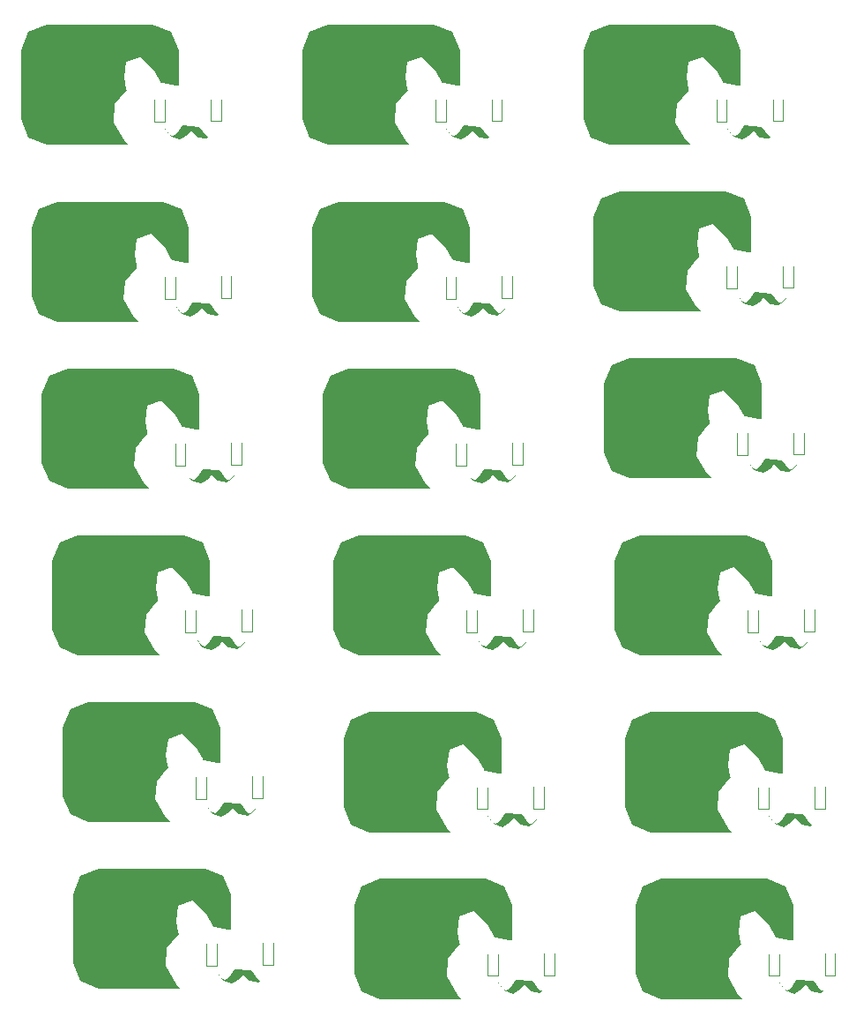
<source format=gto>
%MOIN*%
%OFA0B0*%
%FSLAX46Y46*%
%IPPOS*%
%LPD*%
%ADD10C,0.0039370078740157488*%
%ADD11C,0.0047244094488188976*%
%ADD22C,0.0039370078740157488*%
%ADD23C,0.0047244094488188976*%
%ADD24C,0.0039370078740157488*%
%ADD25C,0.0047244094488188976*%
%ADD26C,0.0039370078740157488*%
%ADD27C,0.0047244094488188976*%
%ADD28C,0.0039370078740157488*%
%ADD29C,0.0047244094488188976*%
%ADD30C,0.0039370078740157488*%
%ADD31C,0.0047244094488188976*%
%ADD32C,0.0039370078740157488*%
%ADD33C,0.0047244094488188976*%
%ADD34C,0.0039370078740157488*%
%ADD35C,0.0047244094488188976*%
%ADD36C,0.0039370078740157488*%
%ADD37C,0.0047244094488188976*%
%ADD38C,0.0039370078740157488*%
%ADD39C,0.0047244094488188976*%
%ADD40C,0.0039370078740157488*%
%ADD41C,0.0047244094488188976*%
%ADD42C,0.0039370078740157488*%
%ADD43C,0.0047244094488188976*%
%ADD44C,0.0039370078740157488*%
%ADD45C,0.0047244094488188976*%
%ADD46C,0.0039370078740157488*%
%ADD47C,0.0047244094488188976*%
%ADD48C,0.0039370078740157488*%
%ADD49C,0.0047244094488188976*%
%ADD50C,0.0039370078740157488*%
%ADD51C,0.0047244094488188976*%
%ADD52C,0.0039370078740157488*%
%ADD53C,0.0047244094488188976*%
%ADD54C,0.0039370078740157488*%
%ADD55C,0.0047244094488188976*%
G01G01*
D10*
G36*
X0000869882Y0002751823D02*
X0000609978Y0002764403D01*
X0000615371Y0002831997D01*
X0000653957Y0002880315D01*
X0000660002Y0002884141D01*
X0000658361Y0002891107D01*
X0000651894Y0002933087D01*
X0000659267Y0002991886D01*
X0000711864Y0003010860D01*
X0000763568Y0002961360D01*
X0000789014Y0002917411D01*
X0000790489Y0002914334D01*
X0000793531Y0002912786D01*
X0000846612Y0002901670D01*
X0000856719Y0002901611D01*
X0000856719Y0003036134D01*
X0000828199Y0003104978D01*
X0000759355Y0003133498D01*
X0000357564Y0003133498D01*
X0000357563Y0003133499D01*
X0000288719Y0003104979D01*
X0000260199Y0003036135D01*
X0000260199Y0002776421D01*
X0000288719Y0002707577D01*
X0000357563Y0002679057D01*
X0000668698Y0002679057D01*
X0000649915Y0002696473D01*
X0000609978Y0002764403D01*
X0000869882Y0002751823D01*
X0000850614Y0002722057D01*
X0000835554Y0002711631D01*
X0000821607Y0002717403D01*
X0000798086Y0002750937D01*
X0000827353Y0002710088D01*
X0000861813Y0002698429D01*
X0000891595Y0002716922D01*
X0000903916Y0002733535D01*
X0000926574Y0002707849D01*
X0000962964Y0002702725D01*
X0001007061Y0002748791D01*
X0000972542Y0002709941D01*
X0000960617Y0002712401D01*
X0000933673Y0002747870D01*
X0000869882Y0002751823D01*
X0000869882Y0002751823D01*
G37*
D11*
X0000977057Y0002768344D02*
X0001016427Y0002768344D01*
X0001016427Y0002768344D02*
X0001016427Y0002851022D01*
X0000977057Y0002768344D02*
X0000977057Y0002851022D01*
X0000764065Y0002767085D02*
X0000803435Y0002767085D01*
X0000803435Y0002767085D02*
X0000803435Y0002849762D01*
X0000764065Y0002767085D02*
X0000764065Y0002849762D01*
G04 next file*
G04 #@! TF.FileFunction,Legend,Top*
G04 Gerber Fmt 4.6, Leading zero omitted, Abs format (unit mm)*
G04 Created by KiCad (PCBNEW 4.0.4-stable) date 08/29/17 21:10:05*
G01G01*
G04 APERTURE LIST*
G04 APERTURE END LIST*
D22*
G36*
X0000830512Y0003421115D02*
X0000570608Y0003433695D01*
X0000576000Y0003501288D01*
X0000614587Y0003549606D01*
X0000620632Y0003553432D01*
X0000618991Y0003560399D01*
X0000612524Y0003602379D01*
X0000619897Y0003661177D01*
X0000672494Y0003680151D01*
X0000724198Y0003630651D01*
X0000749644Y0003586702D01*
X0000751119Y0003583625D01*
X0000754161Y0003582077D01*
X0000807242Y0003570961D01*
X0000817349Y0003570902D01*
X0000817349Y0003705425D01*
X0000788829Y0003774269D01*
X0000719985Y0003802789D01*
X0000318194Y0003802789D01*
X0000318193Y0003802790D01*
X0000249349Y0003774270D01*
X0000220829Y0003705427D01*
X0000220829Y0003445712D01*
X0000249349Y0003376869D01*
X0000318193Y0003348348D01*
X0000629328Y0003348348D01*
X0000610545Y0003365765D01*
X0000570608Y0003433695D01*
X0000830512Y0003421115D01*
X0000811244Y0003391348D01*
X0000796184Y0003380923D01*
X0000782237Y0003386694D01*
X0000758716Y0003420228D01*
X0000787983Y0003379380D01*
X0000822443Y0003367720D01*
X0000852225Y0003386214D01*
X0000864546Y0003402827D01*
X0000887204Y0003377141D01*
X0000923594Y0003372016D01*
X0000967690Y0003418082D01*
X0000933172Y0003379233D01*
X0000921247Y0003381692D01*
X0000894302Y0003417161D01*
X0000830512Y0003421115D01*
X0000830512Y0003421115D01*
G37*
D23*
X0000937687Y0003437636D02*
X0000977057Y0003437636D01*
X0000977057Y0003437636D02*
X0000977057Y0003520313D01*
X0000937687Y0003437636D02*
X0000937687Y0003520313D01*
X0000724695Y0003436376D02*
X0000764065Y0003436376D01*
X0000764065Y0003436376D02*
X0000764065Y0003519053D01*
X0000724695Y0003436376D02*
X0000724695Y0003519053D01*
G04 next file*
G04 #@! TF.FileFunction,Legend,Top*
G04 Gerber Fmt 4.6, Leading zero omitted, Abs format (unit mm)*
G04 Created by KiCad (PCBNEW 4.0.4-stable) date 08/29/17 21:10:05*
G01G01*
G04 APERTURE LIST*
G04 APERTURE END LIST*
D24*
G36*
X0000909252Y0002121902D02*
X0000649348Y0002134482D01*
X0000654741Y0002202075D01*
X0000693327Y0002250394D01*
X0000699372Y0002254220D01*
X0000697731Y0002261186D01*
X0000691265Y0002303166D01*
X0000698638Y0002361965D01*
X0000751234Y0002380939D01*
X0000802939Y0002331439D01*
X0000828384Y0002287489D01*
X0000829859Y0002284413D01*
X0000832901Y0002282865D01*
X0000885982Y0002271749D01*
X0000896089Y0002271689D01*
X0000896089Y0002406213D01*
X0000867569Y0002475056D01*
X0000798725Y0002503577D01*
X0000396934Y0002503577D01*
X0000396933Y0002503578D01*
X0000328089Y0002475058D01*
X0000299569Y0002406214D01*
X0000299569Y0002146500D01*
X0000328089Y0002077656D01*
X0000396933Y0002049136D01*
X0000708068Y0002049136D01*
X0000689285Y0002066552D01*
X0000649348Y0002134482D01*
X0000909252Y0002121902D01*
X0000889984Y0002092135D01*
X0000874924Y0002081710D01*
X0000860977Y0002087481D01*
X0000837456Y0002121015D01*
X0000866723Y0002080167D01*
X0000901183Y0002068507D01*
X0000930965Y0002087001D01*
X0000943286Y0002103614D01*
X0000965944Y0002077928D01*
X0001002334Y0002072804D01*
X0001046431Y0002118870D01*
X0001011912Y0002080020D01*
X0000999987Y0002082479D01*
X0000973043Y0002117949D01*
X0000909252Y0002121902D01*
X0000909252Y0002121902D01*
G37*
D25*
X0001016427Y0002138423D02*
X0001055797Y0002138423D01*
X0001055797Y0002138423D02*
X0001055797Y0002221100D01*
X0001016427Y0002138423D02*
X0001016427Y0002221100D01*
X0000803435Y0002137163D02*
X0000842805Y0002137163D01*
X0000842805Y0002137163D02*
X0000842805Y0002219840D01*
X0000803435Y0002137163D02*
X0000803435Y0002219840D01*
G04 next file*
G04 #@! TF.FileFunction,Legend,Top*
G04 Gerber Fmt 4.6, Leading zero omitted, Abs format (unit mm)*
G04 Created by KiCad (PCBNEW 4.0.4-stable) date 08/29/17 21:10:05*
G01G01*
G04 APERTURE LIST*
G04 APERTURE END LIST*
D26*
G36*
X0000948622Y0001491981D02*
X0000688718Y0001504561D01*
X0000694111Y0001572154D01*
X0000732697Y0001620472D01*
X0000738742Y0001624298D01*
X0000737101Y0001631265D01*
X0000730635Y0001673245D01*
X0000738008Y0001732043D01*
X0000790604Y0001751017D01*
X0000842309Y0001701517D01*
X0000867754Y0001657568D01*
X0000869229Y0001654491D01*
X0000872271Y0001652943D01*
X0000925353Y0001641827D01*
X0000935459Y0001641768D01*
X0000935459Y0001776291D01*
X0000906939Y0001845135D01*
X0000838095Y0001873655D01*
X0000436304Y0001873655D01*
X0000436303Y0001873657D01*
X0000367460Y0001845137D01*
X0000338939Y0001776293D01*
X0000338939Y0001516578D01*
X0000367460Y0001447735D01*
X0000436303Y0001419215D01*
X0000747438Y0001419215D01*
X0000728655Y0001436631D01*
X0000688718Y0001504561D01*
X0000948622Y0001491981D01*
X0000929354Y0001462214D01*
X0000914294Y0001451789D01*
X0000900347Y0001457560D01*
X0000876826Y0001491094D01*
X0000906093Y0001450246D01*
X0000940553Y0001438586D01*
X0000970335Y0001457080D01*
X0000982656Y0001473693D01*
X0001005314Y0001448007D01*
X0001041704Y0001442882D01*
X0001085801Y0001488948D01*
X0001051282Y0001450099D01*
X0001039358Y0001452558D01*
X0001012413Y0001488027D01*
X0000948622Y0001491981D01*
X0000948622Y0001491981D01*
G37*
D27*
X0001055797Y0001508502D02*
X0001095167Y0001508502D01*
X0001095167Y0001508502D02*
X0001095167Y0001591179D01*
X0001055797Y0001508502D02*
X0001055797Y0001591179D01*
X0000842805Y0001507242D02*
X0000882175Y0001507242D01*
X0000882175Y0001507242D02*
X0000882175Y0001589919D01*
X0000842805Y0001507242D02*
X0000842805Y0001589919D01*
G04 next file*
G04 #@! TF.FileFunction,Legend,Top*
G04 Gerber Fmt 4.6, Leading zero omitted, Abs format (unit mm)*
G04 Created by KiCad (PCBNEW 4.0.4-stable) date 08/29/17 21:10:05*
G01G01*
G04 APERTURE LIST*
G04 APERTURE END LIST*
D28*
G36*
X0000987992Y0000862060D02*
X0000728088Y0000874639D01*
X0000733481Y0000942233D01*
X0000772067Y0000990551D01*
X0000778113Y0000994377D01*
X0000776471Y0001001344D01*
X0000770005Y0001043324D01*
X0000777378Y0001102122D01*
X0000829974Y0001121096D01*
X0000881679Y0001071596D01*
X0000907124Y0001027647D01*
X0000908599Y0001024570D01*
X0000911641Y0001023022D01*
X0000964723Y0001011906D01*
X0000974829Y0001011847D01*
X0000974829Y0001146370D01*
X0000946309Y0001215214D01*
X0000877466Y0001243734D01*
X0000475674Y0001243734D01*
X0000475673Y0001243735D01*
X0000406830Y0001215215D01*
X0000378309Y0001146371D01*
X0000378309Y0000886657D01*
X0000406830Y0000817813D01*
X0000475673Y0000789293D01*
X0000786808Y0000789293D01*
X0000768025Y0000806709D01*
X0000728088Y0000874639D01*
X0000987992Y0000862060D01*
X0000968724Y0000832293D01*
X0000953664Y0000821868D01*
X0000939717Y0000827639D01*
X0000916197Y0000861173D01*
X0000945464Y0000820325D01*
X0000979924Y0000808665D01*
X0001009705Y0000827159D01*
X0001022026Y0000843771D01*
X0001044684Y0000818086D01*
X0001081074Y0000812961D01*
X0001125171Y0000859027D01*
X0001090652Y0000820178D01*
X0001078728Y0000822637D01*
X0001051783Y0000858106D01*
X0000987992Y0000862060D01*
X0000987992Y0000862060D01*
G37*
D29*
X0001095167Y0000878581D02*
X0001134537Y0000878581D01*
X0001134537Y0000878581D02*
X0001134537Y0000961258D01*
X0001095167Y0000878581D02*
X0001095167Y0000961258D01*
X0000882175Y0000877321D02*
X0000921545Y0000877321D01*
X0000921545Y0000877321D02*
X0000921545Y0000959998D01*
X0000882175Y0000877321D02*
X0000882175Y0000959998D01*
G04 next file*
G04 #@! TF.FileFunction,Legend,Top*
G04 Gerber Fmt 4.6, Leading zero omitted, Abs format (unit mm)*
G04 Created by KiCad (PCBNEW 4.0.4-stable) date 08/29/17 21:10:05*
G01G01*
G04 APERTURE LIST*
G04 APERTURE END LIST*
D30*
G36*
X0001027362Y0000232138D02*
X0000767458Y0000244718D01*
X0000772851Y0000312312D01*
X0000811437Y0000360630D01*
X0000817483Y0000364456D01*
X0000815841Y0000371422D01*
X0000809375Y0000413402D01*
X0000816748Y0000472201D01*
X0000869344Y0000491175D01*
X0000921049Y0000441675D01*
X0000946494Y0000397726D01*
X0000947969Y0000394649D01*
X0000951011Y0000393101D01*
X0001004093Y0000381985D01*
X0001014200Y0000381926D01*
X0001014200Y0000516449D01*
X0000985679Y0000585293D01*
X0000916836Y0000613813D01*
X0000515044Y0000613813D01*
X0000515043Y0000613814D01*
X0000446200Y0000585294D01*
X0000417680Y0000516450D01*
X0000417680Y0000256736D01*
X0000446200Y0000187892D01*
X0000515043Y0000159372D01*
X0000826178Y0000159372D01*
X0000807395Y0000176788D01*
X0000767458Y0000244718D01*
X0001027362Y0000232138D01*
X0001008094Y0000202372D01*
X0000993035Y0000191946D01*
X0000979087Y0000197717D01*
X0000955567Y0000231252D01*
X0000984834Y0000190403D01*
X0001019294Y0000178744D01*
X0001049075Y0000197237D01*
X0001061396Y0000213850D01*
X0001084054Y0000188164D01*
X0001120444Y0000183040D01*
X0001164541Y0000229106D01*
X0001130022Y0000190256D01*
X0001118098Y0000192716D01*
X0001091153Y0000228185D01*
X0001027362Y0000232138D01*
X0001027362Y0000232138D01*
G37*
D31*
X0001134537Y0000248659D02*
X0001173907Y0000248659D01*
X0001173907Y0000248659D02*
X0001173907Y0000331337D01*
X0001134537Y0000248659D02*
X0001134537Y0000331337D01*
X0000921545Y0000247400D02*
X0000960915Y0000247400D01*
X0000960915Y0000247400D02*
X0000960915Y0000330077D01*
X0000921545Y0000247400D02*
X0000921545Y0000330077D01*
G04 next file*
G04 #@! TF.FileFunction,Legend,Top*
G04 Gerber Fmt 4.6, Leading zero omitted, Abs format (unit mm)*
G04 Created by KiCad (PCBNEW 4.0.4-stable) date 08/29/17 21:10:05*
G01G01*
G04 APERTURE LIST*
G04 APERTURE END LIST*
D32*
G36*
X0001893504Y0003421115D02*
X0001633600Y0003433695D01*
X0001638993Y0003501288D01*
X0001677579Y0003549606D01*
X0001683624Y0003553432D01*
X0001681983Y0003560399D01*
X0001675516Y0003602379D01*
X0001682890Y0003661177D01*
X0001735486Y0003680151D01*
X0001787190Y0003630651D01*
X0001812636Y0003586702D01*
X0001814111Y0003583625D01*
X0001817153Y0003582077D01*
X0001870234Y0003570961D01*
X0001880341Y0003570902D01*
X0001880341Y0003705425D01*
X0001851821Y0003774269D01*
X0001782977Y0003802789D01*
X0001381186Y0003802789D01*
X0001381185Y0003802790D01*
X0001312341Y0003774270D01*
X0001283821Y0003705427D01*
X0001283821Y0003445712D01*
X0001312341Y0003376869D01*
X0001381185Y0003348348D01*
X0001692320Y0003348348D01*
X0001673537Y0003365765D01*
X0001633600Y0003433695D01*
X0001893504Y0003421115D01*
X0001874236Y0003391348D01*
X0001859176Y0003380923D01*
X0001845229Y0003386694D01*
X0001821708Y0003420228D01*
X0001850975Y0003379380D01*
X0001885435Y0003367720D01*
X0001915217Y0003386214D01*
X0001927538Y0003402827D01*
X0001950196Y0003377141D01*
X0001986586Y0003372016D01*
X0002030683Y0003418082D01*
X0001996164Y0003379233D01*
X0001984239Y0003381692D01*
X0001957295Y0003417161D01*
X0001893504Y0003421115D01*
X0001893504Y0003421115D01*
G37*
D33*
X0002000679Y0003437636D02*
X0002040049Y0003437636D01*
X0002040049Y0003437636D02*
X0002040049Y0003520313D01*
X0002000679Y0003437636D02*
X0002000679Y0003520313D01*
X0001787687Y0003436376D02*
X0001827057Y0003436376D01*
X0001827057Y0003436376D02*
X0001827057Y0003519053D01*
X0001787687Y0003436376D02*
X0001787687Y0003519053D01*
G04 next file*
G04 #@! TF.FileFunction,Legend,Top*
G04 Gerber Fmt 4.6, Leading zero omitted, Abs format (unit mm)*
G04 Created by KiCad (PCBNEW 4.0.4-stable) date 08/29/17 21:10:05*
G01G01*
G04 APERTURE LIST*
G04 APERTURE END LIST*
D34*
G36*
X0002011614Y0001491981D02*
X0001751710Y0001504561D01*
X0001757103Y0001572154D01*
X0001795689Y0001620472D01*
X0001801735Y0001624298D01*
X0001800093Y0001631265D01*
X0001793627Y0001673245D01*
X0001801000Y0001732043D01*
X0001853596Y0001751017D01*
X0001905301Y0001701517D01*
X0001930746Y0001657568D01*
X0001932221Y0001654491D01*
X0001935263Y0001652943D01*
X0001988345Y0001641827D01*
X0001998451Y0001641768D01*
X0001998451Y0001776291D01*
X0001969931Y0001845135D01*
X0001901088Y0001873655D01*
X0001499296Y0001873655D01*
X0001499295Y0001873657D01*
X0001430452Y0001845137D01*
X0001401932Y0001776293D01*
X0001401932Y0001516578D01*
X0001430452Y0001447735D01*
X0001499295Y0001419215D01*
X0001810430Y0001419215D01*
X0001791647Y0001436631D01*
X0001751710Y0001504561D01*
X0002011614Y0001491981D01*
X0001992346Y0001462214D01*
X0001977287Y0001451789D01*
X0001963339Y0001457560D01*
X0001939819Y0001491094D01*
X0001969086Y0001450246D01*
X0002003546Y0001438586D01*
X0002033327Y0001457080D01*
X0002045648Y0001473693D01*
X0002068306Y0001448007D01*
X0002104696Y0001442882D01*
X0002148793Y0001488948D01*
X0002114274Y0001450099D01*
X0002102350Y0001452558D01*
X0002075405Y0001488027D01*
X0002011614Y0001491981D01*
X0002011614Y0001491981D01*
G37*
D35*
X0002118789Y0001508502D02*
X0002158159Y0001508502D01*
X0002158159Y0001508502D02*
X0002158159Y0001591179D01*
X0002118789Y0001508502D02*
X0002118789Y0001591179D01*
X0001905797Y0001507242D02*
X0001945167Y0001507242D01*
X0001945167Y0001507242D02*
X0001945167Y0001589919D01*
X0001905797Y0001507242D02*
X0001905797Y0001589919D01*
G04 next file*
G04 #@! TF.FileFunction,Legend,Top*
G04 Gerber Fmt 4.6, Leading zero omitted, Abs format (unit mm)*
G04 Created by KiCad (PCBNEW 4.0.4-stable) date 08/29/17 21:10:05*
G01G01*
G04 APERTURE LIST*
G04 APERTURE END LIST*
D36*
G36*
X0001932874Y0002751823D02*
X0001672970Y0002764403D01*
X0001678363Y0002831997D01*
X0001716949Y0002880315D01*
X0001722994Y0002884141D01*
X0001721353Y0002891107D01*
X0001714887Y0002933087D01*
X0001722260Y0002991886D01*
X0001774856Y0003010860D01*
X0001826561Y0002961360D01*
X0001852006Y0002917411D01*
X0001853481Y0002914334D01*
X0001856523Y0002912786D01*
X0001909605Y0002901670D01*
X0001919711Y0002901611D01*
X0001919711Y0003036134D01*
X0001891191Y0003104978D01*
X0001822347Y0003133498D01*
X0001420556Y0003133498D01*
X0001420555Y0003133499D01*
X0001351711Y0003104979D01*
X0001323191Y0003036135D01*
X0001323191Y0002776421D01*
X0001351711Y0002707577D01*
X0001420555Y0002679057D01*
X0001731690Y0002679057D01*
X0001712907Y0002696473D01*
X0001672970Y0002764403D01*
X0001932874Y0002751823D01*
X0001913606Y0002722057D01*
X0001898546Y0002711631D01*
X0001884599Y0002717403D01*
X0001861078Y0002750937D01*
X0001890345Y0002710088D01*
X0001924805Y0002698429D01*
X0001954587Y0002716922D01*
X0001966908Y0002733535D01*
X0001989566Y0002707849D01*
X0002025956Y0002702725D01*
X0002070053Y0002748791D01*
X0002035534Y0002709941D01*
X0002023610Y0002712401D01*
X0001996665Y0002747870D01*
X0001932874Y0002751823D01*
X0001932874Y0002751823D01*
G37*
D37*
X0002040049Y0002768344D02*
X0002079419Y0002768344D01*
X0002079419Y0002768344D02*
X0002079419Y0002851022D01*
X0002040049Y0002768344D02*
X0002040049Y0002851022D01*
X0001827057Y0002767085D02*
X0001866427Y0002767085D01*
X0001866427Y0002767085D02*
X0001866427Y0002849762D01*
X0001827057Y0002767085D02*
X0001827057Y0002849762D01*
G04 next file*
G04 #@! TF.FileFunction,Legend,Top*
G04 Gerber Fmt 4.6, Leading zero omitted, Abs format (unit mm)*
G04 Created by KiCad (PCBNEW 4.0.4-stable) date 08/29/17 21:10:05*
G01G01*
G04 APERTURE LIST*
G04 APERTURE END LIST*
D38*
G36*
X0001972244Y0002121902D02*
X0001712340Y0002134482D01*
X0001717733Y0002202075D01*
X0001756319Y0002250394D01*
X0001762365Y0002254220D01*
X0001760723Y0002261186D01*
X0001754257Y0002303166D01*
X0001761630Y0002361965D01*
X0001814226Y0002380939D01*
X0001865931Y0002331439D01*
X0001891376Y0002287489D01*
X0001892851Y0002284413D01*
X0001895893Y0002282865D01*
X0001948975Y0002271749D01*
X0001959081Y0002271689D01*
X0001959081Y0002406213D01*
X0001930561Y0002475056D01*
X0001861717Y0002503577D01*
X0001459926Y0002503577D01*
X0001459925Y0002503578D01*
X0001391082Y0002475058D01*
X0001362561Y0002406214D01*
X0001362561Y0002146500D01*
X0001391082Y0002077656D01*
X0001459925Y0002049136D01*
X0001771060Y0002049136D01*
X0001752277Y0002066552D01*
X0001712340Y0002134482D01*
X0001972244Y0002121902D01*
X0001952976Y0002092135D01*
X0001937916Y0002081710D01*
X0001923969Y0002087481D01*
X0001900448Y0002121015D01*
X0001929715Y0002080167D01*
X0001964175Y0002068507D01*
X0001993957Y0002087001D01*
X0002006278Y0002103614D01*
X0002028936Y0002077928D01*
X0002065326Y0002072804D01*
X0002109423Y0002118870D01*
X0002074904Y0002080020D01*
X0002062980Y0002082479D01*
X0002036035Y0002117949D01*
X0001972244Y0002121902D01*
X0001972244Y0002121902D01*
G37*
D39*
X0002079419Y0002138423D02*
X0002118789Y0002138423D01*
X0002118789Y0002138423D02*
X0002118789Y0002221100D01*
X0002079419Y0002138423D02*
X0002079419Y0002221100D01*
X0001866427Y0002137163D02*
X0001905797Y0002137163D01*
X0001905797Y0002137163D02*
X0001905797Y0002219840D01*
X0001866427Y0002137163D02*
X0001866427Y0002219840D01*
G04 next file*
G04 #@! TF.FileFunction,Legend,Top*
G04 Gerber Fmt 4.6, Leading zero omitted, Abs format (unit mm)*
G04 Created by KiCad (PCBNEW 4.0.4-stable) date 08/29/17 21:10:05*
G01G01*
G04 APERTURE LIST*
G04 APERTURE END LIST*
D40*
G36*
X0002050984Y0000822689D02*
X0001791080Y0000835269D01*
X0001796473Y0000902863D01*
X0001835059Y0000951181D01*
X0001841105Y0000955007D01*
X0001839464Y0000961974D01*
X0001832997Y0001003954D01*
X0001840370Y0001062752D01*
X0001892966Y0001081726D01*
X0001944671Y0001032226D01*
X0001970116Y0000988277D01*
X0001971591Y0000985200D01*
X0001974633Y0000983652D01*
X0002027715Y0000972536D01*
X0002037822Y0000972477D01*
X0002037822Y0001107000D01*
X0002009301Y0001175844D01*
X0001940458Y0001204364D01*
X0001538666Y0001204364D01*
X0001538666Y0001204365D01*
X0001469822Y0001175845D01*
X0001441302Y0001107001D01*
X0001441302Y0000847287D01*
X0001469822Y0000778443D01*
X0001538666Y0000749923D01*
X0001849800Y0000749923D01*
X0001831018Y0000767339D01*
X0001791080Y0000835269D01*
X0002050984Y0000822689D01*
X0002031716Y0000792923D01*
X0002016657Y0000782498D01*
X0002002709Y0000788269D01*
X0001979189Y0000821803D01*
X0002008456Y0000780954D01*
X0002042916Y0000769295D01*
X0002072697Y0000787789D01*
X0002085018Y0000804401D01*
X0002107676Y0000778716D01*
X0002144066Y0000773591D01*
X0002188163Y0000819657D01*
X0002153644Y0000780807D01*
X0002141720Y0000783267D01*
X0002114775Y0000818736D01*
X0002050984Y0000822689D01*
X0002050984Y0000822689D01*
G37*
D41*
X0002158159Y0000839211D02*
X0002197529Y0000839211D01*
X0002197529Y0000839211D02*
X0002197529Y0000921888D01*
X0002158159Y0000839211D02*
X0002158159Y0000921888D01*
X0001945167Y0000837951D02*
X0001984537Y0000837951D01*
X0001984537Y0000837951D02*
X0001984537Y0000920628D01*
X0001945167Y0000837951D02*
X0001945167Y0000920628D01*
G04 next file*
G04 #@! TF.FileFunction,Legend,Top*
G04 Gerber Fmt 4.6, Leading zero omitted, Abs format (unit mm)*
G04 Created by KiCad (PCBNEW 4.0.4-stable) date 08/29/17 21:10:05*
G01G01*
G04 APERTURE LIST*
G04 APERTURE END LIST*
D42*
G36*
X0002090354Y0000192768D02*
X0001830450Y0000205348D01*
X0001835843Y0000272942D01*
X0001874429Y0000321260D01*
X0001880475Y0000325086D01*
X0001878834Y0000332052D01*
X0001872367Y0000374032D01*
X0001879740Y0000432831D01*
X0001932336Y0000451805D01*
X0001984041Y0000402305D01*
X0002009487Y0000358355D01*
X0002010961Y0000355279D01*
X0002014003Y0000353731D01*
X0002067085Y0000342615D01*
X0002077192Y0000342556D01*
X0002077192Y0000477079D01*
X0002048672Y0000545923D01*
X0001979828Y0000574443D01*
X0001578036Y0000574443D01*
X0001578036Y0000574444D01*
X0001509192Y0000545924D01*
X0001480672Y0000477080D01*
X0001480672Y0000217366D01*
X0001509192Y0000148522D01*
X0001578036Y0000120002D01*
X0001889171Y0000120002D01*
X0001870388Y0000137418D01*
X0001830450Y0000205348D01*
X0002090354Y0000192768D01*
X0002071086Y0000163001D01*
X0002056027Y0000152576D01*
X0002042079Y0000158347D01*
X0002018559Y0000191882D01*
X0002047826Y0000151033D01*
X0002082286Y0000139373D01*
X0002112067Y0000157867D01*
X0002124388Y0000174480D01*
X0002147046Y0000148794D01*
X0002183437Y0000143670D01*
X0002227533Y0000189736D01*
X0002193014Y0000150886D01*
X0002181090Y0000153346D01*
X0002154145Y0000188815D01*
X0002090354Y0000192768D01*
X0002090354Y0000192768D01*
G37*
D43*
X0002197529Y0000209289D02*
X0002236900Y0000209289D01*
X0002236900Y0000209289D02*
X0002236900Y0000291966D01*
X0002197529Y0000209289D02*
X0002197529Y0000291966D01*
X0001984537Y0000208029D02*
X0002023907Y0000208029D01*
X0002023907Y0000208029D02*
X0002023907Y0000290707D01*
X0001984537Y0000208029D02*
X0001984537Y0000290707D01*
G04 next file*
G04 #@! TF.FileFunction,Legend,Top*
G04 Gerber Fmt 4.6, Leading zero omitted, Abs format (unit mm)*
G04 Created by KiCad (PCBNEW 4.0.4-stable) date 08/29/17 21:10:05*
G01G01*
G04 APERTURE LIST*
G04 APERTURE END LIST*
D44*
G36*
X0002956496Y0003421115D02*
X0002696592Y0003433695D01*
X0002701985Y0003501288D01*
X0002740571Y0003549606D01*
X0002746617Y0003553432D01*
X0002744975Y0003560399D01*
X0002738509Y0003602379D01*
X0002745882Y0003661177D01*
X0002798478Y0003680151D01*
X0002850183Y0003630651D01*
X0002875628Y0003586702D01*
X0002877103Y0003583625D01*
X0002880145Y0003582077D01*
X0002933227Y0003570961D01*
X0002943333Y0003570902D01*
X0002943333Y0003705425D01*
X0002914813Y0003774269D01*
X0002845969Y0003802789D01*
X0002444178Y0003802789D01*
X0002444177Y0003802790D01*
X0002375334Y0003774270D01*
X0002346813Y0003705427D01*
X0002346813Y0003445712D01*
X0002375334Y0003376869D01*
X0002444177Y0003348348D01*
X0002755312Y0003348348D01*
X0002736529Y0003365765D01*
X0002696592Y0003433695D01*
X0002956496Y0003421115D01*
X0002937228Y0003391348D01*
X0002922168Y0003380923D01*
X0002908221Y0003386694D01*
X0002884700Y0003420228D01*
X0002913967Y0003379380D01*
X0002948427Y0003367720D01*
X0002978209Y0003386214D01*
X0002990530Y0003402827D01*
X0003013188Y0003377141D01*
X0003049578Y0003372016D01*
X0003093675Y0003418082D01*
X0003059156Y0003379233D01*
X0003047232Y0003381692D01*
X0003020287Y0003417161D01*
X0002956496Y0003421115D01*
X0002956496Y0003421115D01*
G37*
D45*
X0003063671Y0003437636D02*
X0003103041Y0003437636D01*
X0003103041Y0003437636D02*
X0003103041Y0003520313D01*
X0003063671Y0003437636D02*
X0003063671Y0003520313D01*
X0002850679Y0003436376D02*
X0002890049Y0003436376D01*
X0002890049Y0003436376D02*
X0002890049Y0003519053D01*
X0002850679Y0003436376D02*
X0002850679Y0003519053D01*
G04 next file*
G04 #@! TF.FileFunction,Legend,Top*
G04 Gerber Fmt 4.6, Leading zero omitted, Abs format (unit mm)*
G04 Created by KiCad (PCBNEW 4.0.4-stable) date 08/29/17 21:10:05*
G01G01*
G04 APERTURE LIST*
G04 APERTURE END LIST*
D46*
G36*
X0002995866Y0002791193D02*
X0002735962Y0002803773D01*
X0002741355Y0002871367D01*
X0002779941Y0002919685D01*
X0002785987Y0002923511D01*
X0002784345Y0002930478D01*
X0002777879Y0002972458D01*
X0002785252Y0003031256D01*
X0002837848Y0003050230D01*
X0002889553Y0003000730D01*
X0002914998Y0002956781D01*
X0002916473Y0002953704D01*
X0002919515Y0002952156D01*
X0002972597Y0002941040D01*
X0002982703Y0002940981D01*
X0002982703Y0003075504D01*
X0002954183Y0003144348D01*
X0002885340Y0003172868D01*
X0002483548Y0003172868D01*
X0002483547Y0003172869D01*
X0002414704Y0003144349D01*
X0002386183Y0003075505D01*
X0002386183Y0002815791D01*
X0002414704Y0002746947D01*
X0002483547Y0002718427D01*
X0002794682Y0002718427D01*
X0002775899Y0002735843D01*
X0002735962Y0002803773D01*
X0002995866Y0002791193D01*
X0002976598Y0002761427D01*
X0002961538Y0002751002D01*
X0002947591Y0002756773D01*
X0002924071Y0002790307D01*
X0002953338Y0002749458D01*
X0002987798Y0002737799D01*
X0003017579Y0002756293D01*
X0003029900Y0002772905D01*
X0003052558Y0002747220D01*
X0003088948Y0002742095D01*
X0003133045Y0002788161D01*
X0003098526Y0002749311D01*
X0003086602Y0002751771D01*
X0003059657Y0002787240D01*
X0002995866Y0002791193D01*
X0002995866Y0002791193D01*
G37*
D47*
X0003103041Y0002807714D02*
X0003142411Y0002807714D01*
X0003142411Y0002807714D02*
X0003142411Y0002890392D01*
X0003103041Y0002807714D02*
X0003103041Y0002890392D01*
X0002890049Y0002806455D02*
X0002929419Y0002806455D01*
X0002929419Y0002806455D02*
X0002929419Y0002889132D01*
X0002890049Y0002806455D02*
X0002890049Y0002889132D01*
G04 next file*
G04 #@! TF.FileFunction,Legend,Top*
G04 Gerber Fmt 4.6, Leading zero omitted, Abs format (unit mm)*
G04 Created by KiCad (PCBNEW 4.0.4-stable) date 08/29/17 21:10:05*
G01G01*
G04 APERTURE LIST*
G04 APERTURE END LIST*
D48*
G36*
X0003035236Y0002161272D02*
X0002775332Y0002173852D01*
X0002780725Y0002241446D01*
X0002819311Y0002289764D01*
X0002825357Y0002293590D01*
X0002823715Y0002300556D01*
X0002817249Y0002342536D01*
X0002824622Y0002401335D01*
X0002877218Y0002420309D01*
X0002928923Y0002370809D01*
X0002954368Y0002326859D01*
X0002955843Y0002323783D01*
X0002958885Y0002322235D01*
X0003011967Y0002311119D01*
X0003022074Y0002311059D01*
X0003022074Y0002445583D01*
X0002993553Y0002514426D01*
X0002924710Y0002542947D01*
X0002522918Y0002542947D01*
X0002522917Y0002542948D01*
X0002454074Y0002514428D01*
X0002425554Y0002445584D01*
X0002425554Y0002185870D01*
X0002454074Y0002117026D01*
X0002522917Y0002088506D01*
X0002834052Y0002088506D01*
X0002815270Y0002105922D01*
X0002775332Y0002173852D01*
X0003035236Y0002161272D01*
X0003015968Y0002131505D01*
X0003000909Y0002121080D01*
X0002986961Y0002126851D01*
X0002963441Y0002160385D01*
X0002992708Y0002119537D01*
X0003027168Y0002107877D01*
X0003056949Y0002126371D01*
X0003069270Y0002142984D01*
X0003091928Y0002117298D01*
X0003128318Y0002112174D01*
X0003172415Y0002158240D01*
X0003137896Y0002119390D01*
X0003125972Y0002121849D01*
X0003099027Y0002157319D01*
X0003035236Y0002161272D01*
X0003035236Y0002161272D01*
G37*
D49*
X0003142411Y0002177793D02*
X0003181781Y0002177793D01*
X0003181781Y0002177793D02*
X0003181781Y0002260470D01*
X0003142411Y0002177793D02*
X0003142411Y0002260470D01*
X0002929419Y0002176533D02*
X0002968789Y0002176533D01*
X0002968789Y0002176533D02*
X0002968789Y0002259211D01*
X0002929419Y0002176533D02*
X0002929419Y0002259211D01*
G04 next file*
G04 #@! TF.FileFunction,Legend,Top*
G04 Gerber Fmt 4.6, Leading zero omitted, Abs format (unit mm)*
G04 Created by KiCad (PCBNEW 4.0.4-stable) date 08/29/17 21:10:05*
G01G01*
G04 APERTURE LIST*
G04 APERTURE END LIST*
D50*
G36*
X0003074606Y0001491981D02*
X0002814702Y0001504561D01*
X0002820095Y0001572154D01*
X0002858681Y0001620472D01*
X0002864727Y0001624298D01*
X0002863086Y0001631265D01*
X0002856619Y0001673245D01*
X0002863992Y0001732043D01*
X0002916588Y0001751017D01*
X0002968293Y0001701517D01*
X0002993738Y0001657568D01*
X0002995213Y0001654491D01*
X0002998255Y0001652943D01*
X0003051337Y0001641827D01*
X0003061444Y0001641768D01*
X0003061444Y0001776291D01*
X0003032923Y0001845135D01*
X0002964080Y0001873655D01*
X0002562288Y0001873655D01*
X0002562288Y0001873657D01*
X0002493444Y0001845137D01*
X0002464924Y0001776293D01*
X0002464924Y0001516578D01*
X0002493444Y0001447735D01*
X0002562288Y0001419215D01*
X0002873423Y0001419215D01*
X0002854640Y0001436631D01*
X0002814702Y0001504561D01*
X0003074606Y0001491981D01*
X0003055338Y0001462214D01*
X0003040279Y0001451789D01*
X0003026331Y0001457560D01*
X0003002811Y0001491094D01*
X0003032078Y0001450246D01*
X0003066538Y0001438586D01*
X0003096319Y0001457080D01*
X0003108640Y0001473693D01*
X0003131298Y0001448007D01*
X0003167689Y0001442882D01*
X0003211785Y0001488948D01*
X0003177266Y0001450099D01*
X0003165342Y0001452558D01*
X0003138397Y0001488027D01*
X0003074606Y0001491981D01*
X0003074606Y0001491981D01*
G37*
D51*
X0003181781Y0001508502D02*
X0003221151Y0001508502D01*
X0003221151Y0001508502D02*
X0003221151Y0001591179D01*
X0003181781Y0001508502D02*
X0003181781Y0001591179D01*
X0002968789Y0001507242D02*
X0003008159Y0001507242D01*
X0003008159Y0001507242D02*
X0003008159Y0001589919D01*
X0002968789Y0001507242D02*
X0002968789Y0001589919D01*
G04 next file*
G04 #@! TF.FileFunction,Legend,Top*
G04 Gerber Fmt 4.6, Leading zero omitted, Abs format (unit mm)*
G04 Created by KiCad (PCBNEW 4.0.4-stable) date 08/29/17 21:10:05*
G01G01*
G04 APERTURE LIST*
G04 APERTURE END LIST*
D52*
G36*
X0003113976Y0000822689D02*
X0002854072Y0000835269D01*
X0002859465Y0000902863D01*
X0002898051Y0000951181D01*
X0002904097Y0000955007D01*
X0002902456Y0000961974D01*
X0002895989Y0001003954D01*
X0002903362Y0001062752D01*
X0002955958Y0001081726D01*
X0003007663Y0001032226D01*
X0003033109Y0000988277D01*
X0003034583Y0000985200D01*
X0003037626Y0000983652D01*
X0003090707Y0000972536D01*
X0003100814Y0000972477D01*
X0003100814Y0001107000D01*
X0003072294Y0001175844D01*
X0003003450Y0001204364D01*
X0002601658Y0001204364D01*
X0002601658Y0001204365D01*
X0002532814Y0001175845D01*
X0002504294Y0001107001D01*
X0002504294Y0000847287D01*
X0002532814Y0000778443D01*
X0002601658Y0000749923D01*
X0002912793Y0000749923D01*
X0002894010Y0000767339D01*
X0002854072Y0000835269D01*
X0003113976Y0000822689D01*
X0003094708Y0000792923D01*
X0003079649Y0000782498D01*
X0003065701Y0000788269D01*
X0003042181Y0000821803D01*
X0003071448Y0000780954D01*
X0003105908Y0000769295D01*
X0003135689Y0000787789D01*
X0003148010Y0000804401D01*
X0003170668Y0000778716D01*
X0003207059Y0000773591D01*
X0003251155Y0000819657D01*
X0003216636Y0000780807D01*
X0003204712Y0000783267D01*
X0003177767Y0000818736D01*
X0003113976Y0000822689D01*
X0003113976Y0000822689D01*
G37*
D53*
X0003221151Y0000839211D02*
X0003260522Y0000839211D01*
X0003260522Y0000839211D02*
X0003260522Y0000921888D01*
X0003221151Y0000839211D02*
X0003221151Y0000921888D01*
X0003008159Y0000837951D02*
X0003047529Y0000837951D01*
X0003047529Y0000837951D02*
X0003047529Y0000920628D01*
X0003008159Y0000837951D02*
X0003008159Y0000920628D01*
G04 next file*
G04 #@! TF.FileFunction,Legend,Top*
G04 Gerber Fmt 4.6, Leading zero omitted, Abs format (unit mm)*
G04 Created by KiCad (PCBNEW 4.0.4-stable) date 08/29/17 21:10:05*
G01G01*
G04 APERTURE LIST*
G04 APERTURE END LIST*
D54*
G36*
X0003153346Y0000192768D02*
X0002893442Y0000205348D01*
X0002898835Y0000272942D01*
X0002937421Y0000321260D01*
X0002943467Y0000325086D01*
X0002941826Y0000332052D01*
X0002935359Y0000374032D01*
X0002942732Y0000432831D01*
X0002995328Y0000451805D01*
X0003047033Y0000402305D01*
X0003072479Y0000358355D01*
X0003073953Y0000355279D01*
X0003076996Y0000353731D01*
X0003130077Y0000342615D01*
X0003140184Y0000342556D01*
X0003140184Y0000477079D01*
X0003111664Y0000545923D01*
X0003042820Y0000574443D01*
X0002641029Y0000574443D01*
X0002641028Y0000574444D01*
X0002572184Y0000545924D01*
X0002543664Y0000477080D01*
X0002543664Y0000217366D01*
X0002572184Y0000148522D01*
X0002641028Y0000120002D01*
X0002952163Y0000120002D01*
X0002933380Y0000137418D01*
X0002893442Y0000205348D01*
X0003153346Y0000192768D01*
X0003134078Y0000163001D01*
X0003119019Y0000152576D01*
X0003105071Y0000158347D01*
X0003081551Y0000191882D01*
X0003110818Y0000151033D01*
X0003145278Y0000139373D01*
X0003175059Y0000157867D01*
X0003187380Y0000174480D01*
X0003210038Y0000148794D01*
X0003246429Y0000143670D01*
X0003290525Y0000189736D01*
X0003256006Y0000150886D01*
X0003244082Y0000153346D01*
X0003217137Y0000188815D01*
X0003153346Y0000192768D01*
X0003153346Y0000192768D01*
G37*
D55*
X0003260522Y0000209289D02*
X0003299892Y0000209289D01*
X0003299892Y0000209289D02*
X0003299892Y0000291966D01*
X0003260522Y0000209289D02*
X0003260522Y0000291966D01*
X0003047529Y0000208029D02*
X0003086900Y0000208029D01*
X0003086900Y0000208029D02*
X0003086900Y0000290707D01*
X0003047529Y0000208029D02*
X0003047529Y0000290707D01*
M02*
</source>
